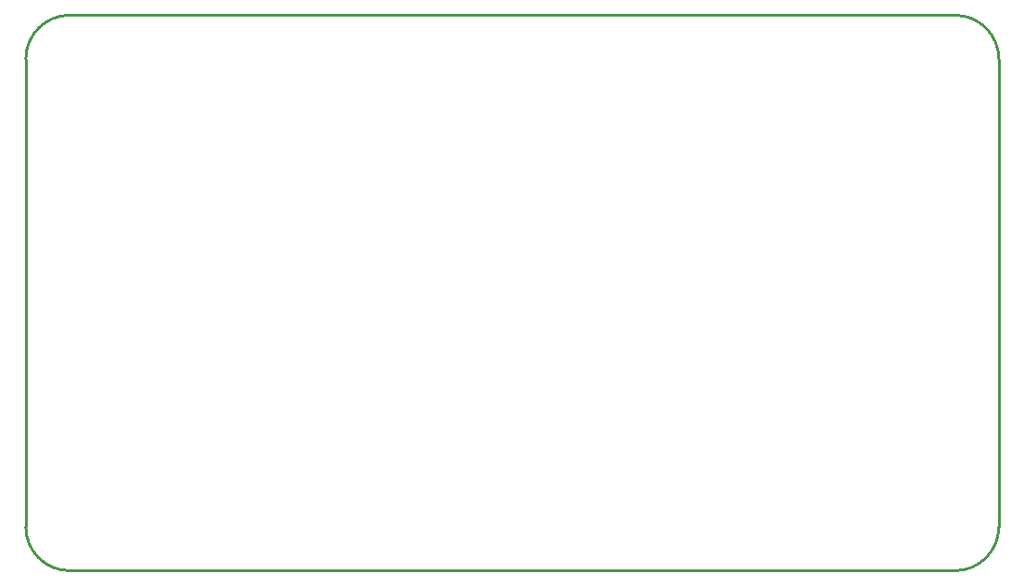
<source format=gko>
G04 Layer: BoardOutlineLayer*
G04 EasyEDA v6.5.50, 2025-06-01 17:24:59*
G04 69e65154b6b24189a8545f2fef81dcb9,5ab416c87bd24f2091f84acd62e1526b,10*
G04 Gerber Generator version 0.2*
G04 Scale: 100 percent, Rotated: No, Reflected: No *
G04 Dimensions in millimeters *
G04 leading zeros omitted , absolute positions ,4 integer and 5 decimal *
%FSLAX45Y45*%
%MOMM*%

%ADD10C,0.2540*%
%ADD11C,0.0149*%
D10*
X-5238800Y-368300D02*
G01*
X2851183Y-368300D01*
X-5638800Y-5048290D02*
G01*
X-5638800Y-768299D01*
X2851183Y-5448289D02*
G01*
X-5238800Y-5448289D01*
X3251182Y-768299D02*
G01*
X3251182Y-5048290D01*
G75*
G01*
X2851183Y-368300D02*
G02*
X3251182Y-768299I0J-399999D01*
G75*
G01*
X3251182Y-5048291D02*
G02*
X2851183Y-5448290I-399999J0D01*
G75*
G01*
X-5238801Y-5448290D02*
G02*
X-5638800Y-5048291I0J399999D01*
G75*
G01*
X-5638800Y-768299D02*
G02*
X-5238801Y-368300I399999J0D01*

%LPD*%
M02*

</source>
